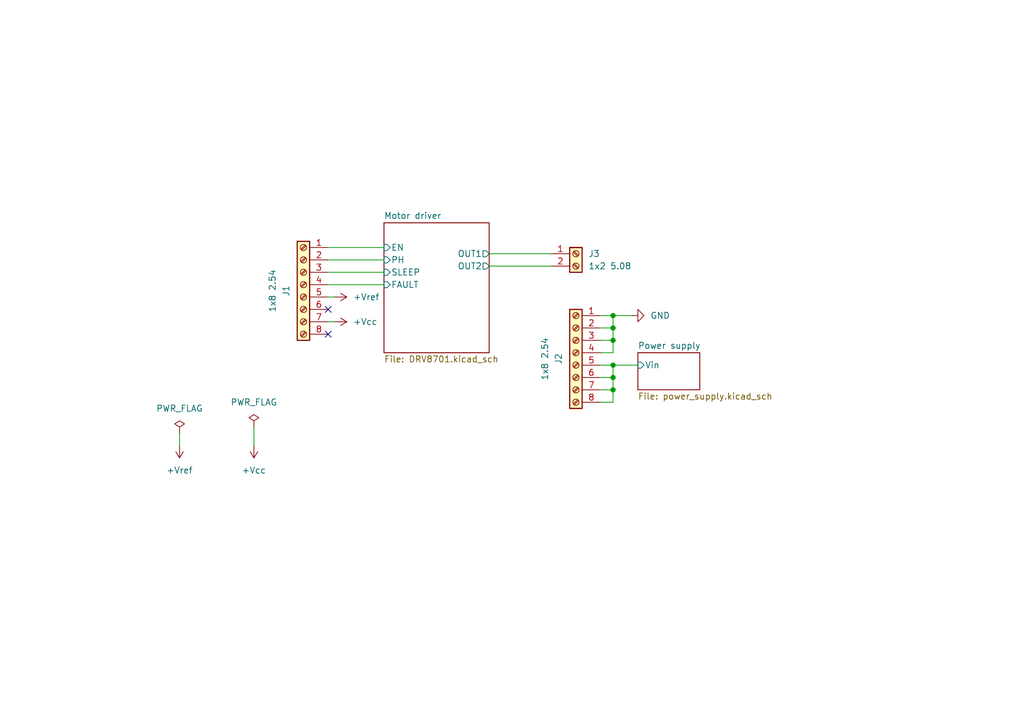
<source format=kicad_sch>
(kicad_sch (version 20250114) (generator "eeschema") (generator_version "9.0")
  (paper "A5")
  (lib_symbols
    (symbol "Connector:Screw_Terminal_01x02" (pin_names (offset 1.016) (hide yes))
      (property "Reference" "J" (at 0 2.54 0))
      (property "Value" "Screw_Terminal_01x02" (at 0 -5.08 0))
      (symbol "Screw_Terminal_01x02_1_1"
        (rectangle (start -1.27 1.27) (end 1.27 -3.81) (stroke (width 0.254)) (fill (type background)))
        (polyline (pts (xy -0.5334 0.3302) (xy 0.3302 -0.508)) (stroke (width 0.1524)))
        (polyline (pts (xy -0.5334 -2.2098) (xy 0.3302 -3.048)) (stroke (width 0.1524)))
        (polyline (pts (xy -0.3556 0.508) (xy 0.508 -0.3302)) (stroke (width 0.1524)))
        (polyline (pts (xy -0.3556 -2.032) (xy 0.508 -2.8702)) (stroke (width 0.1524)))
        (circle (center 0 0) (radius 0.635) (stroke (width 0.1524)))
        (circle (center 0 -2.54) (radius 0.635) (stroke (width 0.1524)))
        (pin passive line (at -5.08 0 0) (length 3.81) (name "Pin_1") (number "1"))
        (pin passive line (at -5.08 -2.54 0) (length 3.81) (name "Pin_2") (number "2"))
      )
    )
    (symbol "Connector:Screw_Terminal_01x08" (pin_names (offset 1.016) (hide yes))
      (property "Reference" "J" (at 0 10.16 0))
      (property "Value" "Screw_Terminal_01x08" (at 0 -12.7 0))
      (symbol "Screw_Terminal_01x08_1_1"
        (rectangle (start -1.27 8.89) (end 1.27 -11.43) (stroke (width 0.254)) (fill (type background)))
        (polyline (pts (xy -0.5334 7.9502) (xy 0.3302 7.112)) (stroke (width 0.1524)))
        (polyline (pts (xy -0.5334 5.4102) (xy 0.3302 4.572)) (stroke (width 0.1524)))
        (polyline (pts (xy -0.5334 2.8702) (xy 0.3302 2.032)) (stroke (width 0.1524)))
        (polyline (pts (xy -0.5334 0.3302) (xy 0.3302 -0.508)) (stroke (width 0.1524)))
        (polyline (pts (xy -0.5334 -2.2098) (xy 0.3302 -3.048)) (stroke (width 0.1524)))
        (polyline (pts (xy -0.5334 -4.7498) (xy 0.3302 -5.588)) (stroke (width 0.1524)))
        (polyline (pts (xy -0.5334 -7.2898) (xy 0.3302 -8.128)) (stroke (width 0.1524)))
        (polyline (pts (xy -0.5334 -9.8298) (xy 0.3302 -10.668)) (stroke (width 0.1524)))
        (polyline (pts (xy -0.3556 8.128) (xy 0.508 7.2898)) (stroke (width 0.1524)))
        (polyline (pts (xy -0.3556 5.588) (xy 0.508 4.7498)) (stroke (width 0.1524)))
        (polyline (pts (xy -0.3556 3.048) (xy 0.508 2.2098)) (stroke (width 0.1524)))
        (polyline (pts (xy -0.3556 0.508) (xy 0.508 -0.3302)) (stroke (width 0.1524)))
        (polyline (pts (xy -0.3556 -2.032) (xy 0.508 -2.8702)) (stroke (width 0.1524)))
        (polyline (pts (xy -0.3556 -4.572) (xy 0.508 -5.4102)) (stroke (width 0.1524)))
        (polyline (pts (xy -0.3556 -7.112) (xy 0.508 -7.9502)) (stroke (width 0.1524)))
        (polyline (pts (xy -0.3556 -9.652) (xy 0.508 -10.4902)) (stroke (width 0.1524)))
        (circle (center 0 7.62) (radius 0.635) (stroke (width 0.1524)))
        (circle (center 0 5.08) (radius 0.635) (stroke (width 0.1524)))
        (circle (center 0 2.54) (radius 0.635) (stroke (width 0.1524)))
        (circle (center 0 0) (radius 0.635) (stroke (width 0.1524)))
        (circle (center 0 -2.54) (radius 0.635) (stroke (width 0.1524)))
        (circle (center 0 -5.08) (radius 0.635) (stroke (width 0.1524)))
        (circle (center 0 -7.62) (radius 0.635) (stroke (width 0.1524)))
        (circle (center 0 -10.16) (radius 0.635) (stroke (width 0.1524)))
        (pin passive line (at -5.08 7.62 0) (length 3.81) (name "Pin_1") (number "1"))
        (pin passive line (at -5.08 5.08 0) (length 3.81) (name "Pin_2") (number "2"))
        (pin passive line (at -5.08 2.54 0) (length 3.81) (name "Pin_3") (number "3"))
        (pin passive line (at -5.08 0 0) (length 3.81) (name "Pin_4") (number "4"))
        (pin passive line (at -5.08 -2.54 0) (length 3.81) (name "Pin_5") (number "5"))
        (pin passive line (at -5.08 -5.08 0) (length 3.81) (name "Pin_6") (number "6"))
        (pin passive line (at -5.08 -7.62 0) (length 3.81) (name "Pin_7") (number "7"))
        (pin passive line (at -5.08 -10.16 0) (length 3.81) (name "Pin_8") (number "8"))
      )
    )
    (symbol "power:GND" (power) (pin_numbers (hide yes)) (pin_names (offset 0) (hide yes))
      (property "Value" "GND" (at 0 -3.81 0))
      (symbol "GND_0_1"
        (polyline (pts (xy 0 0) (xy 0 -1.27) (xy 1.27 -1.27) (xy 0 -2.54) (xy -1.27 -1.27) (xy 0 -1.27)))
      )
      (symbol "GND_1_1"
        (pin power_in line (at 0 0 270) (length 0) (name "~") (number "1"))
      )
    )
    (symbol "power:PWR_FLAG" (power) (pin_numbers (hide yes)) (pin_names (offset 0) (hide yes))
      (property "Value" "PWR_FLAG" (at 0 3.81 0))
      (symbol "PWR_FLAG_0_0"
        (pin power_out line (at 0 0 90) (length 0) (name "~") (number "1"))
      )
      (symbol "PWR_FLAG_0_1"
        (polyline (pts (xy 0 0) (xy 0 1.27) (xy -1.016 1.905) (xy 0 2.54) (xy 1.016 1.905) (xy 0 1.27)))
      )
    )
    (symbol "power:VCC" (power) (pin_numbers (hide yes)) (pin_names (offset 0) (hide yes))
      (property "Value" "VCC" (at 0 3.556 0))
      (symbol "VCC_0_1"
        (polyline (pts (xy -0.762 1.27) (xy 0 2.54)))
        (polyline (pts (xy 0 2.54) (xy 0.762 1.27)))
        (polyline (pts (xy 0 0) (xy 0 2.54)))
      )
      (symbol "VCC_1_1"
        (pin power_in line (at 0 0 90) (length 0) (name "~") (number "1"))
      )
    )
  )
  (junction (at 125.73 80.01))
  (junction (at 125.73 77.47))
  (junction (at 125.73 64.77))
  (junction (at 125.73 74.93))
  (junction (at 125.73 67.31))
  (junction (at 125.73 69.85))
  (no_connect (at 67.31 68.58))
  (no_connect (at 67.31 63.5))
  (wire (pts (xy 125.73 77.47) (xy 125.73 74.93)))
  (wire (pts (xy 52.07 87.63) (xy 52.07 91.44)))
  (wire (pts (xy 100.33 52.07) (xy 113.03 52.07)))
  (wire (pts (xy 125.73 67.31) (xy 125.73 69.85)))
  (wire (pts (xy 123.19 72.39) (xy 125.73 72.39)))
  (wire (pts (xy 123.19 80.01) (xy 125.73 80.01)))
  (wire (pts (xy 125.73 74.93) (xy 130.81 74.93)))
  (wire (pts (xy 36.83 88.9) (xy 36.83 91.44)))
  (wire (pts (xy 125.73 67.31) (xy 125.73 64.77)))
  (wire (pts (xy 100.33 54.61) (xy 113.03 54.61)))
  (wire (pts (xy 125.73 69.85) (xy 125.73 72.39)))
  (wire (pts (xy 67.31 60.96) (xy 68.58 60.96)))
  (wire (pts (xy 125.73 64.77) (xy 129.54 64.77)))
  (wire (pts (xy 67.31 50.8) (xy 78.74 50.8)))
  (wire (pts (xy 67.31 58.42) (xy 78.74 58.42)))
  (wire (pts (xy 125.73 80.01) (xy 125.73 77.47)))
  (wire (pts (xy 67.31 55.88) (xy 78.74 55.88)))
  (wire (pts (xy 67.31 53.34) (xy 78.74 53.34)))
  (wire (pts (xy 123.19 64.77) (xy 125.73 64.77)))
  (wire (pts (xy 123.19 77.47) (xy 125.73 77.47)))
  (wire (pts (xy 123.19 82.55) (xy 125.73 82.55)))
  (wire (pts (xy 123.19 67.31) (xy 125.73 67.31)))
  (wire (pts (xy 123.19 69.85) (xy 125.73 69.85)))
  (wire (pts (xy 123.19 74.93) (xy 125.73 74.93)))
  (wire (pts (xy 67.31 66.04) (xy 68.58 66.04)))
  (wire (pts (xy 125.73 82.55) (xy 125.73 80.01)))
  (symbol (lib_id "power:VCC") (at 36.83 91.44 180) (unit 1)
    (property "Reference" "#PWR07" (effects (hide yes)))
    (property "Value" "+Vref" (at 36.83 96.52 0))
    (property "Description" "Power symbol creates a global label with name \"VCC\"" (effects (hide yes)))
  )
  (symbol (lib_id "power:GND") (at 129.54 64.77 90) (unit 1)
    (property "Reference" "#PWR04" (effects (hide yes)))
    (property "Value" "GND" (at 133.35 64.7699 90) (effects (justify right)))
    (property "Description" "Power symbol creates a global label with name \"GND\" , ground" (effects (hide yes)))
  )
  (symbol (lib_id "Connector:Screw_Terminal_01x02") (at 118.11 52.07 0) (unit 1)
    (property "Reference" "J3" (at 120.65 52.0699 0) (effects (justify left)))
    (property "Value" "1x2 5.08" (at 120.65 54.6099 0) (effects (justify left)))
    (property "Footprint" "TerminalBlock_RND:TerminalBlock_RND_205-00232_1x02_P5.08mm_Horizontal" (effects (hide yes)))
    (property "Description" "CUSTOM" (effects (hide yes)))
    (property "Manufacturer Part Number" "TB0012-508-02GR" (effects (hide yes)))
    (property "Mouser number" " 179-TB0012-508-02GR" (effects (hide yes)))
  )
  (symbol (lib_id "power:PWR_FLAG") (at 52.07 87.63 0) (unit 1)
    (property "Reference" "#FLG01" (effects (hide yes)))
    (property "Value" "PWR_FLAG" (at 52.07 82.55 0))
    (property "Description" "Special symbol for telling ERC where power comes from" (effects (hide yes)))
  )
  (symbol (lib_id "Connector:Screw_Terminal_01x08") (at 62.23 58.42 0) (mirror y) (unit 1)
    (property "Reference" "J1" (at 58.674 59.69 90))
    (property "Value" "1x8 2.54" (at 55.88 59.69 90))
    (property "Footprint" "Connector_PinHeader_2.54mm:PinHeader_1x08_P2.54mm_Vertical" (effects (hide yes)))
    (property "Description" "CUSTOM" (effects (hide yes)))
    (property "Manufacturer Part Number" "68000-420HLF" (effects (hide yes)))
    (property "Mouser number" "649-68000-420HLF" (effects (hide yes)))
  )
  (symbol (lib_id "power:VCC") (at 68.58 66.04 270) (unit 1)
    (property "Reference" "#PWR01" (effects (hide yes)))
    (property "Value" "+Vcc" (at 72.39 66.0399 90) (effects (justify left)))
    (property "Description" "Power symbol creates a global label with name \"VCC\"" (effects (hide yes)))
  )
  (symbol (lib_id "power:VCC") (at 68.58 60.96 270) (unit 1)
    (property "Reference" "#PWR06" (effects (hide yes)))
    (property "Value" "+Vref" (at 72.39 60.9599 90) (effects (justify left)))
    (property "Description" "Power symbol creates a global label with name \"VCC\"" (effects (hide yes)))
  )
  (symbol (lib_id "power:VCC") (at 52.07 91.44 180) (unit 1)
    (property "Reference" "#PWR018" (effects (hide yes)))
    (property "Value" "+Vcc" (at 52.07 96.52 0))
    (property "Description" "Power symbol creates a global label with name \"VCC\"" (effects (hide yes)))
  )
  (symbol (lib_id "power:PWR_FLAG") (at 36.83 88.9 0) (unit 1)
    (property "Reference" "#FLG04" (effects (hide yes)))
    (property "Value" "PWR_FLAG" (at 36.83 83.82 0))
    (property "Description" "Special symbol for telling ERC where power comes from" (effects (hide yes)))
  )
  (symbol (lib_id "Connector:Screw_Terminal_01x08") (at 118.11 72.39 0) (mirror y) (unit 1)
    (property "Reference" "J2" (at 114.554 73.66 90))
    (property "Value" "1x8 2.54" (at 111.76 73.66 90))
    (property "Footprint" "Connector_PinHeader_2.54mm:PinHeader_1x08_P2.54mm_Vertical" (effects (hide yes)))
    (property "Description" "CUSTOM" (effects (hide yes)))
    (property "Manufacturer Part Number" "68000-420HLF" (effects (hide yes)))
    (property "Mouser number" "649-68000-420HLF" (effects (hide yes)))
  )
  (sheet (at 130.81 72.39) (size 12.7 7.62) (stroke (width 0.1524))
    (property "Sheetname" "Power supply" (at 130.81 71.6784 0) (effects (justify left bottom)))
    (property "Sheetfile" "power_supply.kicad_sch" (at 130.81 80.5946 0) (effects (justify left top)))
    (pin "Vin" input (at 130.81 74.93 180))
  )
  (sheet (at 78.74 45.72) (size 21.59 26.67) (stroke (width 0.1524))
    (property "Sheetname" "Motor driver" (at 78.74 45.0084 0) (effects (justify left bottom)))
    (property "Sheetfile" "DRV8701.kicad_sch" (at 78.74 72.9746 0) (effects (justify left top)))
    (pin "FAULT" input (at 78.74 58.42 180))
    (pin "EN" input (at 78.74 50.8 180))
    (pin "PH" input (at 78.74 53.34 180))
    (pin "SLEEP" input (at 78.74 55.88 180))
    (pin "OUT1" output (at 100.33 52.07 0))
    (pin "OUT2" output (at 100.33 54.61 0))
  )
)
</source>
